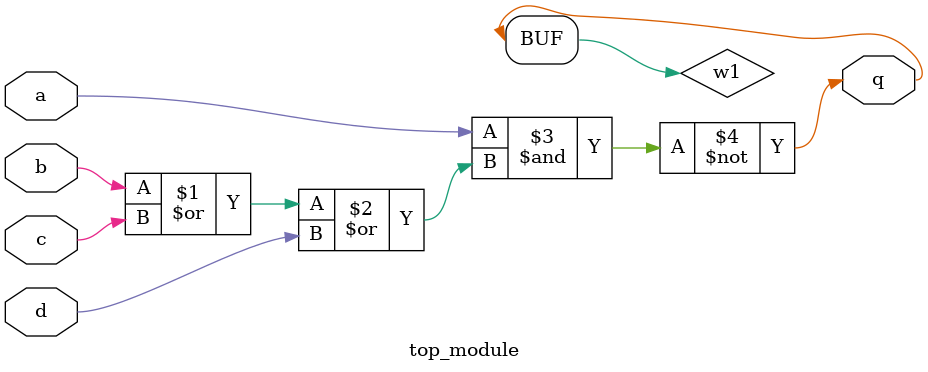
<source format=sv>
module top_module (
	input a,
	input b,
	input c,
	input d,
	output q
);
	
	// Define internal wire(s)
	wire w1;
	
	// Assign statements
	assign w1 = ~(a & (b | c | d));
	assign q = w1;
	
endmodule

</source>
